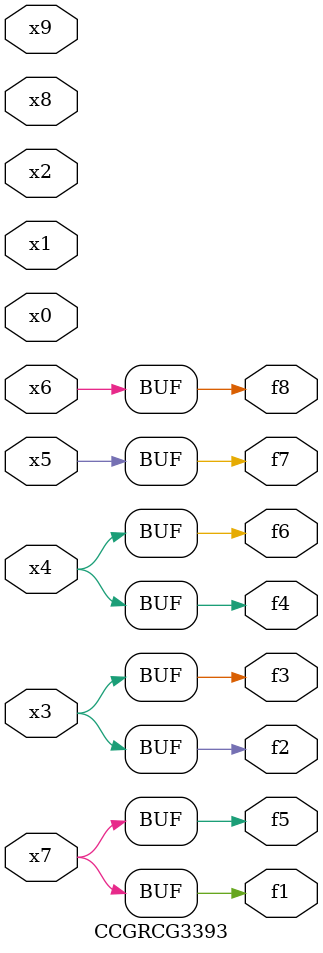
<source format=v>
module CCGRCG3393(
	input x0, x1, x2, x3, x4, x5, x6, x7, x8, x9,
	output f1, f2, f3, f4, f5, f6, f7, f8
);
	assign f1 = x7;
	assign f2 = x3;
	assign f3 = x3;
	assign f4 = x4;
	assign f5 = x7;
	assign f6 = x4;
	assign f7 = x5;
	assign f8 = x6;
endmodule

</source>
